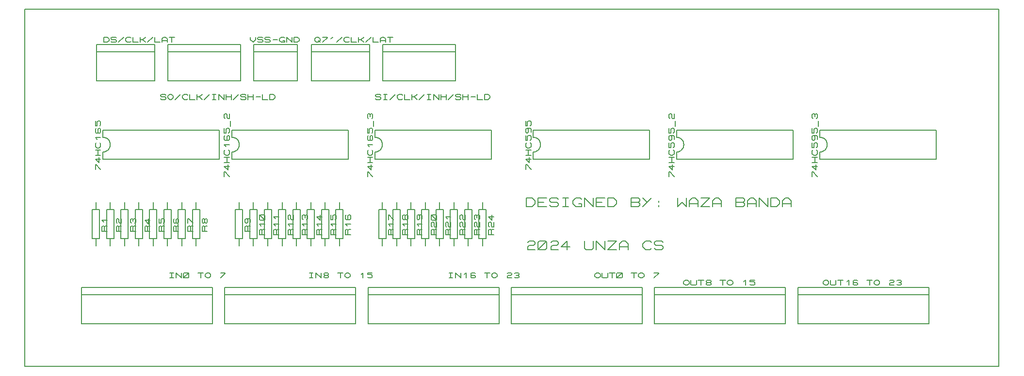
<source format=gbr>
G04 PROTEUS GERBER X2 FILE*
%TF.GenerationSoftware,Labcenter,Proteus,8.6-SP2-Build23525*%
%TF.CreationDate,2024-06-03T09:11:02+00:00*%
%TF.FileFunction,Legend,Top*%
%TF.FilePolarity,Positive*%
%TF.Part,Single*%
%FSLAX45Y45*%
%MOMM*%
G01*
%TA.AperFunction,Profile*%
%ADD17C,0.203200*%
%TA.AperFunction,Material*%
%ADD18C,0.203200*%
%TD.AperFunction*%
D17*
X-8000000Y-5000000D02*
X+9000000Y-5000000D01*
X+9000000Y+1250000D01*
X-8000000Y+1250000D01*
X-8000000Y-5000000D01*
D18*
X+873000Y-1373000D02*
X+873000Y-1246000D01*
X+1000000Y-1119000D02*
X+997564Y-1093124D01*
X+990515Y-1069152D01*
X+979238Y-1047562D01*
X+964122Y-1028830D01*
X+945554Y-1013431D01*
X+923919Y-1001842D01*
X+899606Y-994540D01*
X+873000Y-992000D01*
X+1000000Y-1119000D02*
X+997564Y-1145606D01*
X+990515Y-1169919D01*
X+979238Y-1191554D01*
X+964122Y-1210122D01*
X+945554Y-1225238D01*
X+923919Y-1236515D01*
X+899606Y-1243564D01*
X+873000Y-1246000D01*
X+873000Y-992000D02*
X+873000Y-865000D01*
X+2905000Y-1373000D02*
X+2905000Y-865000D01*
X+873000Y-1373000D02*
X+2905000Y-1373000D01*
X+2905000Y-865000D02*
X+873000Y-865000D01*
X+740920Y-1547625D02*
X+740920Y-1468250D01*
X+756160Y-1468250D01*
X+832360Y-1547625D01*
X+801880Y-1341250D02*
X+801880Y-1436500D01*
X+740920Y-1373000D01*
X+832360Y-1373000D01*
X+832360Y-1309500D02*
X+740920Y-1309500D01*
X+740920Y-1214250D02*
X+832360Y-1214250D01*
X+786640Y-1309500D02*
X+786640Y-1214250D01*
X+817120Y-1087250D02*
X+832360Y-1103125D01*
X+832360Y-1150750D01*
X+801880Y-1182500D01*
X+771400Y-1182500D01*
X+740920Y-1150750D01*
X+740920Y-1103125D01*
X+756160Y-1087250D01*
X+740920Y-960250D02*
X+740920Y-1039625D01*
X+771400Y-1039625D01*
X+771400Y-976125D01*
X+786640Y-960250D01*
X+817120Y-960250D01*
X+832360Y-976125D01*
X+832360Y-1023750D01*
X+817120Y-1039625D01*
X+771400Y-833250D02*
X+786640Y-849125D01*
X+786640Y-896750D01*
X+771400Y-912625D01*
X+756160Y-912625D01*
X+740920Y-896750D01*
X+740920Y-849125D01*
X+756160Y-833250D01*
X+817120Y-833250D01*
X+832360Y-849125D01*
X+832360Y-896750D01*
X+740920Y-706250D02*
X+740920Y-785625D01*
X+771400Y-785625D01*
X+771400Y-722125D01*
X+786640Y-706250D01*
X+817120Y-706250D01*
X+832360Y-722125D01*
X+832360Y-769750D01*
X+817120Y-785625D01*
X+3373000Y-1373000D02*
X+3373000Y-1246000D01*
X+3500000Y-1119000D02*
X+3497564Y-1093124D01*
X+3490515Y-1069152D01*
X+3479238Y-1047562D01*
X+3464122Y-1028830D01*
X+3445554Y-1013431D01*
X+3423919Y-1001842D01*
X+3399606Y-994540D01*
X+3373000Y-992000D01*
X+3500000Y-1119000D02*
X+3497564Y-1145606D01*
X+3490515Y-1169919D01*
X+3479238Y-1191554D01*
X+3464122Y-1210122D01*
X+3445554Y-1225238D01*
X+3423919Y-1236515D01*
X+3399606Y-1243564D01*
X+3373000Y-1246000D01*
X+3373000Y-992000D02*
X+3373000Y-865000D01*
X+5405000Y-1373000D02*
X+5405000Y-865000D01*
X+3373000Y-1373000D02*
X+5405000Y-1373000D01*
X+5405000Y-865000D02*
X+3373000Y-865000D01*
X+3240920Y-1674625D02*
X+3240920Y-1595250D01*
X+3256160Y-1595250D01*
X+3332360Y-1674625D01*
X+3301880Y-1468250D02*
X+3301880Y-1563500D01*
X+3240920Y-1500000D01*
X+3332360Y-1500000D01*
X+3332360Y-1436500D02*
X+3240920Y-1436500D01*
X+3240920Y-1341250D02*
X+3332360Y-1341250D01*
X+3286640Y-1436500D02*
X+3286640Y-1341250D01*
X+3317120Y-1214250D02*
X+3332360Y-1230125D01*
X+3332360Y-1277750D01*
X+3301880Y-1309500D01*
X+3271400Y-1309500D01*
X+3240920Y-1277750D01*
X+3240920Y-1230125D01*
X+3256160Y-1214250D01*
X+3240920Y-1087250D02*
X+3240920Y-1166625D01*
X+3271400Y-1166625D01*
X+3271400Y-1103125D01*
X+3286640Y-1087250D01*
X+3317120Y-1087250D01*
X+3332360Y-1103125D01*
X+3332360Y-1150750D01*
X+3317120Y-1166625D01*
X+3271400Y-960250D02*
X+3286640Y-976125D01*
X+3286640Y-1023750D01*
X+3271400Y-1039625D01*
X+3256160Y-1039625D01*
X+3240920Y-1023750D01*
X+3240920Y-976125D01*
X+3256160Y-960250D01*
X+3317120Y-960250D01*
X+3332360Y-976125D01*
X+3332360Y-1023750D01*
X+3240920Y-833250D02*
X+3240920Y-912625D01*
X+3271400Y-912625D01*
X+3271400Y-849125D01*
X+3286640Y-833250D01*
X+3317120Y-833250D01*
X+3332360Y-849125D01*
X+3332360Y-896750D01*
X+3317120Y-912625D01*
X+3347600Y-801500D02*
X+3347600Y-706250D01*
X+3256160Y-658625D02*
X+3240920Y-642750D01*
X+3240920Y-595125D01*
X+3256160Y-579250D01*
X+3271400Y-579250D01*
X+3286640Y-595125D01*
X+3286640Y-642750D01*
X+3301880Y-658625D01*
X+3332360Y-658625D01*
X+3332360Y-579250D01*
X+5873000Y-1373000D02*
X+5873000Y-1246000D01*
X+6000000Y-1119000D02*
X+5997564Y-1093124D01*
X+5990515Y-1069152D01*
X+5979238Y-1047562D01*
X+5964122Y-1028830D01*
X+5945554Y-1013431D01*
X+5923919Y-1001842D01*
X+5899606Y-994540D01*
X+5873000Y-992000D01*
X+6000000Y-1119000D02*
X+5997564Y-1145606D01*
X+5990515Y-1169919D01*
X+5979238Y-1191554D01*
X+5964122Y-1210122D01*
X+5945554Y-1225238D01*
X+5923919Y-1236515D01*
X+5899606Y-1243564D01*
X+5873000Y-1246000D01*
X+5873000Y-992000D02*
X+5873000Y-865000D01*
X+7905000Y-1373000D02*
X+7905000Y-865000D01*
X+5873000Y-1373000D02*
X+7905000Y-1373000D01*
X+7905000Y-865000D02*
X+5873000Y-865000D01*
X+5740920Y-1674625D02*
X+5740920Y-1595250D01*
X+5756160Y-1595250D01*
X+5832360Y-1674625D01*
X+5801880Y-1468250D02*
X+5801880Y-1563500D01*
X+5740920Y-1500000D01*
X+5832360Y-1500000D01*
X+5832360Y-1436500D02*
X+5740920Y-1436500D01*
X+5740920Y-1341250D02*
X+5832360Y-1341250D01*
X+5786640Y-1436500D02*
X+5786640Y-1341250D01*
X+5817120Y-1214250D02*
X+5832360Y-1230125D01*
X+5832360Y-1277750D01*
X+5801880Y-1309500D01*
X+5771400Y-1309500D01*
X+5740920Y-1277750D01*
X+5740920Y-1230125D01*
X+5756160Y-1214250D01*
X+5740920Y-1087250D02*
X+5740920Y-1166625D01*
X+5771400Y-1166625D01*
X+5771400Y-1103125D01*
X+5786640Y-1087250D01*
X+5817120Y-1087250D01*
X+5832360Y-1103125D01*
X+5832360Y-1150750D01*
X+5817120Y-1166625D01*
X+5771400Y-960250D02*
X+5786640Y-976125D01*
X+5786640Y-1023750D01*
X+5771400Y-1039625D01*
X+5756160Y-1039625D01*
X+5740920Y-1023750D01*
X+5740920Y-976125D01*
X+5756160Y-960250D01*
X+5817120Y-960250D01*
X+5832360Y-976125D01*
X+5832360Y-1023750D01*
X+5740920Y-833250D02*
X+5740920Y-912625D01*
X+5771400Y-912625D01*
X+5771400Y-849125D01*
X+5786640Y-833250D01*
X+5817120Y-833250D01*
X+5832360Y-849125D01*
X+5832360Y-896750D01*
X+5817120Y-912625D01*
X+5847600Y-801500D02*
X+5847600Y-706250D01*
X+5756160Y-658625D02*
X+5740920Y-642750D01*
X+5740920Y-595125D01*
X+5756160Y-579250D01*
X+5771400Y-579250D01*
X+5786640Y-595125D01*
X+5801880Y-579250D01*
X+5817120Y-579250D01*
X+5832360Y-595125D01*
X+5832360Y-642750D01*
X+5817120Y-658625D01*
X+5786640Y-626875D02*
X+5786640Y-595125D01*
X-6754760Y-4000D02*
X-5738760Y-4000D01*
X-5738760Y+631000D01*
X-6754760Y+631000D01*
X-6754760Y-4000D01*
X-6754760Y+504000D02*
X-5738760Y+504000D01*
X-6627760Y+671640D02*
X-6627760Y+763080D01*
X-6564260Y+763080D01*
X-6532510Y+732600D01*
X-6532510Y+702120D01*
X-6564260Y+671640D01*
X-6627760Y+671640D01*
X-6500760Y+686880D02*
X-6484885Y+671640D01*
X-6421385Y+671640D01*
X-6405510Y+686880D01*
X-6405510Y+702120D01*
X-6421385Y+717360D01*
X-6484885Y+717360D01*
X-6500760Y+732600D01*
X-6500760Y+747840D01*
X-6484885Y+763080D01*
X-6421385Y+763080D01*
X-6405510Y+747840D01*
X-6278510Y+763080D02*
X-6373760Y+671640D01*
X-6151510Y+686880D02*
X-6167385Y+671640D01*
X-6215010Y+671640D01*
X-6246760Y+702120D01*
X-6246760Y+732600D01*
X-6215010Y+763080D01*
X-6167385Y+763080D01*
X-6151510Y+747840D01*
X-6119760Y+763080D02*
X-6119760Y+671640D01*
X-6024510Y+671640D01*
X-5992760Y+763080D02*
X-5992760Y+671640D01*
X-5897510Y+763080D02*
X-5945135Y+717360D01*
X-5897510Y+671640D01*
X-5992760Y+717360D02*
X-5945135Y+717360D01*
X-5770510Y+763080D02*
X-5865760Y+671640D01*
X-5738760Y+763080D02*
X-5738760Y+671640D01*
X-5643510Y+671640D01*
X-5611760Y+671640D02*
X-5611760Y+732600D01*
X-5580010Y+763080D01*
X-5548260Y+763080D01*
X-5516510Y+732600D01*
X-5516510Y+671640D01*
X-5611760Y+702120D02*
X-5516510Y+702120D01*
X-5484760Y+763080D02*
X-5389510Y+763080D01*
X-5437135Y+763080D02*
X-5437135Y+671640D01*
X+488000Y-4254000D02*
X+2774000Y-4254000D01*
X+2774000Y-3619000D01*
X+488000Y-3619000D01*
X+488000Y-4254000D01*
X+488000Y-3746000D02*
X+2774000Y-3746000D01*
X+1948500Y-3390400D02*
X+1980250Y-3359920D01*
X+2012000Y-3359920D01*
X+2043750Y-3390400D01*
X+2043750Y-3420880D01*
X+2012000Y-3451360D01*
X+1980250Y-3451360D01*
X+1948500Y-3420880D01*
X+1948500Y-3390400D01*
X+2075500Y-3359920D02*
X+2075500Y-3436120D01*
X+2091375Y-3451360D01*
X+2154875Y-3451360D01*
X+2170750Y-3436120D01*
X+2170750Y-3359920D01*
X+2202500Y-3359920D02*
X+2297750Y-3359920D01*
X+2250125Y-3359920D02*
X+2250125Y-3451360D01*
X+2329500Y-3436120D02*
X+2329500Y-3375160D01*
X+2345375Y-3359920D01*
X+2408875Y-3359920D01*
X+2424750Y-3375160D01*
X+2424750Y-3436120D01*
X+2408875Y-3451360D01*
X+2345375Y-3451360D01*
X+2329500Y-3436120D01*
X+2329500Y-3451360D02*
X+2424750Y-3359920D01*
X+2583500Y-3359920D02*
X+2678750Y-3359920D01*
X+2631125Y-3359920D02*
X+2631125Y-3451360D01*
X+2710500Y-3390400D02*
X+2742250Y-3359920D01*
X+2774000Y-3359920D01*
X+2805750Y-3390400D01*
X+2805750Y-3420880D01*
X+2774000Y-3451360D01*
X+2742250Y-3451360D01*
X+2710500Y-3420880D01*
X+2710500Y-3390400D01*
X+2980375Y-3359920D02*
X+3059750Y-3359920D01*
X+3059750Y-3375160D01*
X+2980375Y-3451360D01*
X-7012000Y-4254000D02*
X-4726000Y-4254000D01*
X-4726000Y-3619000D01*
X-7012000Y-3619000D01*
X-7012000Y-4254000D01*
X-7012000Y-3746000D02*
X-4726000Y-3746000D01*
X-5472125Y-3359920D02*
X-5408625Y-3359920D01*
X-5440375Y-3359920D02*
X-5440375Y-3451360D01*
X-5472125Y-3451360D02*
X-5408625Y-3451360D01*
X-5361000Y-3451360D02*
X-5361000Y-3359920D01*
X-5265750Y-3451360D01*
X-5265750Y-3359920D01*
X-5234000Y-3436120D02*
X-5234000Y-3375160D01*
X-5218125Y-3359920D01*
X-5154625Y-3359920D01*
X-5138750Y-3375160D01*
X-5138750Y-3436120D01*
X-5154625Y-3451360D01*
X-5218125Y-3451360D01*
X-5234000Y-3436120D01*
X-5234000Y-3451360D02*
X-5138750Y-3359920D01*
X-4980000Y-3359920D02*
X-4884750Y-3359920D01*
X-4932375Y-3359920D02*
X-4932375Y-3451360D01*
X-4853000Y-3390400D02*
X-4821250Y-3359920D01*
X-4789500Y-3359920D01*
X-4757750Y-3390400D01*
X-4757750Y-3420880D01*
X-4789500Y-3451360D01*
X-4821250Y-3451360D01*
X-4853000Y-3420880D01*
X-4853000Y-3390400D01*
X-4583125Y-3359920D02*
X-4503750Y-3359920D01*
X-4503750Y-3375160D01*
X-4583125Y-3451360D01*
X-6639000Y-1373000D02*
X-6639000Y-1246000D01*
X-6512000Y-1119000D02*
X-6514436Y-1093124D01*
X-6521485Y-1069152D01*
X-6532762Y-1047562D01*
X-6547878Y-1028830D01*
X-6566446Y-1013431D01*
X-6588081Y-1001842D01*
X-6612394Y-994540D01*
X-6639000Y-992000D01*
X-6512000Y-1119000D02*
X-6514436Y-1145606D01*
X-6521485Y-1169919D01*
X-6532762Y-1191554D01*
X-6547878Y-1210122D01*
X-6566446Y-1225238D01*
X-6588081Y-1236515D01*
X-6612394Y-1243564D01*
X-6639000Y-1246000D01*
X-6639000Y-992000D02*
X-6639000Y-865000D01*
X-4607000Y-1373000D02*
X-4607000Y-865000D01*
X-6639000Y-1373000D02*
X-4607000Y-1373000D01*
X-4607000Y-865000D02*
X-6639000Y-865000D01*
X-6771080Y-1547625D02*
X-6771080Y-1468250D01*
X-6755840Y-1468250D01*
X-6679640Y-1547625D01*
X-6710120Y-1341250D02*
X-6710120Y-1436500D01*
X-6771080Y-1373000D01*
X-6679640Y-1373000D01*
X-6679640Y-1309500D02*
X-6771080Y-1309500D01*
X-6771080Y-1214250D02*
X-6679640Y-1214250D01*
X-6725360Y-1309500D02*
X-6725360Y-1214250D01*
X-6694880Y-1087250D02*
X-6679640Y-1103125D01*
X-6679640Y-1150750D01*
X-6710120Y-1182500D01*
X-6740600Y-1182500D01*
X-6771080Y-1150750D01*
X-6771080Y-1103125D01*
X-6755840Y-1087250D01*
X-6740600Y-1023750D02*
X-6771080Y-992000D01*
X-6679640Y-992000D01*
X-6755840Y-833250D02*
X-6771080Y-849125D01*
X-6771080Y-896750D01*
X-6755840Y-912625D01*
X-6694880Y-912625D01*
X-6679640Y-896750D01*
X-6679640Y-849125D01*
X-6694880Y-833250D01*
X-6710120Y-833250D01*
X-6725360Y-849125D01*
X-6725360Y-912625D01*
X-6771080Y-706250D02*
X-6771080Y-785625D01*
X-6740600Y-785625D01*
X-6740600Y-722125D01*
X-6725360Y-706250D01*
X-6694880Y-706250D01*
X-6679640Y-722125D01*
X-6679640Y-769750D01*
X-6694880Y-785625D01*
X-4389000Y-1373000D02*
X-4389000Y-1246000D01*
X-4262000Y-1119000D02*
X-4264436Y-1093124D01*
X-4271485Y-1069152D01*
X-4282762Y-1047562D01*
X-4297878Y-1028830D01*
X-4316446Y-1013431D01*
X-4338081Y-1001842D01*
X-4362394Y-994540D01*
X-4389000Y-992000D01*
X-4262000Y-1119000D02*
X-4264436Y-1145606D01*
X-4271485Y-1169919D01*
X-4282762Y-1191554D01*
X-4297878Y-1210122D01*
X-4316446Y-1225238D01*
X-4338081Y-1236515D01*
X-4362394Y-1243564D01*
X-4389000Y-1246000D01*
X-4389000Y-992000D02*
X-4389000Y-865000D01*
X-2357000Y-1373000D02*
X-2357000Y-865000D01*
X-4389000Y-1373000D02*
X-2357000Y-1373000D01*
X-2357000Y-865000D02*
X-4389000Y-865000D01*
X-4521080Y-1674625D02*
X-4521080Y-1595250D01*
X-4505840Y-1595250D01*
X-4429640Y-1674625D01*
X-4460120Y-1468250D02*
X-4460120Y-1563500D01*
X-4521080Y-1500000D01*
X-4429640Y-1500000D01*
X-4429640Y-1436500D02*
X-4521080Y-1436500D01*
X-4521080Y-1341250D02*
X-4429640Y-1341250D01*
X-4475360Y-1436500D02*
X-4475360Y-1341250D01*
X-4444880Y-1214250D02*
X-4429640Y-1230125D01*
X-4429640Y-1277750D01*
X-4460120Y-1309500D01*
X-4490600Y-1309500D01*
X-4521080Y-1277750D01*
X-4521080Y-1230125D01*
X-4505840Y-1214250D01*
X-4490600Y-1150750D02*
X-4521080Y-1119000D01*
X-4429640Y-1119000D01*
X-4505840Y-960250D02*
X-4521080Y-976125D01*
X-4521080Y-1023750D01*
X-4505840Y-1039625D01*
X-4444880Y-1039625D01*
X-4429640Y-1023750D01*
X-4429640Y-976125D01*
X-4444880Y-960250D01*
X-4460120Y-960250D01*
X-4475360Y-976125D01*
X-4475360Y-1039625D01*
X-4521080Y-833250D02*
X-4521080Y-912625D01*
X-4490600Y-912625D01*
X-4490600Y-849125D01*
X-4475360Y-833250D01*
X-4444880Y-833250D01*
X-4429640Y-849125D01*
X-4429640Y-896750D01*
X-4444880Y-912625D01*
X-4414400Y-801500D02*
X-4414400Y-706250D01*
X-4505840Y-658625D02*
X-4521080Y-642750D01*
X-4521080Y-595125D01*
X-4505840Y-579250D01*
X-4490600Y-579250D01*
X-4475360Y-595125D01*
X-4475360Y-642750D01*
X-4460120Y-658625D01*
X-4429640Y-658625D01*
X-4429640Y-579250D01*
X-1889000Y-1373000D02*
X-1889000Y-1246000D01*
X-1762000Y-1119000D02*
X-1764436Y-1093124D01*
X-1771485Y-1069152D01*
X-1782762Y-1047562D01*
X-1797878Y-1028830D01*
X-1816446Y-1013431D01*
X-1838081Y-1001842D01*
X-1862394Y-994540D01*
X-1889000Y-992000D01*
X-1762000Y-1119000D02*
X-1764436Y-1145606D01*
X-1771485Y-1169919D01*
X-1782762Y-1191554D01*
X-1797878Y-1210122D01*
X-1816446Y-1225238D01*
X-1838081Y-1236515D01*
X-1862394Y-1243564D01*
X-1889000Y-1246000D01*
X-1889000Y-992000D02*
X-1889000Y-865000D01*
X+143000Y-1373000D02*
X+143000Y-865000D01*
X-1889000Y-1373000D02*
X+143000Y-1373000D01*
X+143000Y-865000D02*
X-1889000Y-865000D01*
X-2021080Y-1674625D02*
X-2021080Y-1595250D01*
X-2005840Y-1595250D01*
X-1929640Y-1674625D01*
X-1960120Y-1468250D02*
X-1960120Y-1563500D01*
X-2021080Y-1500000D01*
X-1929640Y-1500000D01*
X-1929640Y-1436500D02*
X-2021080Y-1436500D01*
X-2021080Y-1341250D02*
X-1929640Y-1341250D01*
X-1975360Y-1436500D02*
X-1975360Y-1341250D01*
X-1944880Y-1214250D02*
X-1929640Y-1230125D01*
X-1929640Y-1277750D01*
X-1960120Y-1309500D01*
X-1990600Y-1309500D01*
X-2021080Y-1277750D01*
X-2021080Y-1230125D01*
X-2005840Y-1214250D01*
X-1990600Y-1150750D02*
X-2021080Y-1119000D01*
X-1929640Y-1119000D01*
X-2005840Y-960250D02*
X-2021080Y-976125D01*
X-2021080Y-1023750D01*
X-2005840Y-1039625D01*
X-1944880Y-1039625D01*
X-1929640Y-1023750D01*
X-1929640Y-976125D01*
X-1944880Y-960250D01*
X-1960120Y-960250D01*
X-1975360Y-976125D01*
X-1975360Y-1039625D01*
X-2021080Y-833250D02*
X-2021080Y-912625D01*
X-1990600Y-912625D01*
X-1990600Y-849125D01*
X-1975360Y-833250D01*
X-1944880Y-833250D01*
X-1929640Y-849125D01*
X-1929640Y-896750D01*
X-1944880Y-912625D01*
X-1914400Y-801500D02*
X-1914400Y-706250D01*
X-2005840Y-658625D02*
X-2021080Y-642750D01*
X-2021080Y-595125D01*
X-2005840Y-579250D01*
X-1990600Y-579250D01*
X-1975360Y-595125D01*
X-1960120Y-579250D01*
X-1944880Y-579250D01*
X-1929640Y-595125D01*
X-1929640Y-642750D01*
X-1944880Y-658625D01*
X-1975360Y-626875D02*
X-1975360Y-595125D01*
X-4512000Y-4254000D02*
X-2226000Y-4254000D01*
X-2226000Y-3619000D01*
X-4512000Y-3619000D01*
X-4512000Y-4254000D01*
X-4512000Y-3746000D02*
X-2226000Y-3746000D01*
X-3035625Y-3359920D02*
X-2972125Y-3359920D01*
X-3003875Y-3359920D02*
X-3003875Y-3451360D01*
X-3035625Y-3451360D02*
X-2972125Y-3451360D01*
X-2924500Y-3451360D02*
X-2924500Y-3359920D01*
X-2829250Y-3451360D01*
X-2829250Y-3359920D01*
X-2765750Y-3405640D02*
X-2781625Y-3390400D01*
X-2781625Y-3375160D01*
X-2765750Y-3359920D01*
X-2718125Y-3359920D01*
X-2702250Y-3375160D01*
X-2702250Y-3390400D01*
X-2718125Y-3405640D01*
X-2765750Y-3405640D01*
X-2781625Y-3420880D01*
X-2781625Y-3436120D01*
X-2765750Y-3451360D01*
X-2718125Y-3451360D01*
X-2702250Y-3436120D01*
X-2702250Y-3420880D01*
X-2718125Y-3405640D01*
X-2543500Y-3359920D02*
X-2448250Y-3359920D01*
X-2495875Y-3359920D02*
X-2495875Y-3451360D01*
X-2416500Y-3390400D02*
X-2384750Y-3359920D01*
X-2353000Y-3359920D01*
X-2321250Y-3390400D01*
X-2321250Y-3420880D01*
X-2353000Y-3451360D01*
X-2384750Y-3451360D01*
X-2416500Y-3420880D01*
X-2416500Y-3390400D01*
X-2130750Y-3390400D02*
X-2099000Y-3359920D01*
X-2099000Y-3451360D01*
X-1940250Y-3359920D02*
X-2019625Y-3359920D01*
X-2019625Y-3390400D01*
X-1956125Y-3390400D01*
X-1940250Y-3405640D01*
X-1940250Y-3436120D01*
X-1956125Y-3451360D01*
X-2003750Y-3451360D01*
X-2019625Y-3436120D01*
X-2012000Y-4254000D02*
X+274000Y-4254000D01*
X+274000Y-3619000D01*
X-2012000Y-3619000D01*
X-2012000Y-4254000D01*
X-2012000Y-3746000D02*
X+274000Y-3746000D01*
X-599125Y-3359920D02*
X-535625Y-3359920D01*
X-567375Y-3359920D02*
X-567375Y-3451360D01*
X-599125Y-3451360D02*
X-535625Y-3451360D01*
X-488000Y-3451360D02*
X-488000Y-3359920D01*
X-392750Y-3451360D01*
X-392750Y-3359920D01*
X-329250Y-3390400D02*
X-297500Y-3359920D01*
X-297500Y-3451360D01*
X-138750Y-3375160D02*
X-154625Y-3359920D01*
X-202250Y-3359920D01*
X-218125Y-3375160D01*
X-218125Y-3436120D01*
X-202250Y-3451360D01*
X-154625Y-3451360D01*
X-138750Y-3436120D01*
X-138750Y-3420880D01*
X-154625Y-3405640D01*
X-218125Y-3405640D01*
X+20000Y-3359920D02*
X+115250Y-3359920D01*
X+67625Y-3359920D02*
X+67625Y-3451360D01*
X+147000Y-3390400D02*
X+178750Y-3359920D01*
X+210500Y-3359920D01*
X+242250Y-3390400D01*
X+242250Y-3420880D01*
X+210500Y-3451360D01*
X+178750Y-3451360D01*
X+147000Y-3420880D01*
X+147000Y-3390400D01*
X+416875Y-3375160D02*
X+432750Y-3359920D01*
X+480375Y-3359920D01*
X+496250Y-3375160D01*
X+496250Y-3390400D01*
X+480375Y-3405640D01*
X+432750Y-3405640D01*
X+416875Y-3420880D01*
X+416875Y-3451360D01*
X+496250Y-3451360D01*
X+543875Y-3375160D02*
X+559750Y-3359920D01*
X+607375Y-3359920D01*
X+623250Y-3375160D01*
X+623250Y-3390400D01*
X+607375Y-3405640D01*
X+623250Y-3420880D01*
X+623250Y-3436120D01*
X+607375Y-3451360D01*
X+559750Y-3451360D01*
X+543875Y-3436120D01*
X+575625Y-3405640D02*
X+607375Y-3405640D01*
X-6762000Y-2127000D02*
X-6762000Y-2254000D01*
X-6825500Y-2762000D02*
X-6698500Y-2762000D01*
X-6698500Y-2254000D01*
X-6825500Y-2254000D01*
X-6825500Y-2762000D01*
X-6762000Y-2762000D02*
X-6762000Y-2889000D01*
X-6566420Y-2635000D02*
X-6657860Y-2635000D01*
X-6657860Y-2555625D01*
X-6642620Y-2539750D01*
X-6627380Y-2539750D01*
X-6612140Y-2555625D01*
X-6612140Y-2635000D01*
X-6612140Y-2555625D02*
X-6596900Y-2539750D01*
X-6566420Y-2539750D01*
X-6627380Y-2476250D02*
X-6657860Y-2444500D01*
X-6566420Y-2444500D01*
X-6512000Y-2127000D02*
X-6512000Y-2254000D01*
X-6575500Y-2762000D02*
X-6448500Y-2762000D01*
X-6448500Y-2254000D01*
X-6575500Y-2254000D01*
X-6575500Y-2762000D01*
X-6512000Y-2762000D02*
X-6512000Y-2889000D01*
X-6316420Y-2635000D02*
X-6407860Y-2635000D01*
X-6407860Y-2555625D01*
X-6392620Y-2539750D01*
X-6377380Y-2539750D01*
X-6362140Y-2555625D01*
X-6362140Y-2635000D01*
X-6362140Y-2555625D02*
X-6346900Y-2539750D01*
X-6316420Y-2539750D01*
X-6392620Y-2492125D02*
X-6407860Y-2476250D01*
X-6407860Y-2428625D01*
X-6392620Y-2412750D01*
X-6377380Y-2412750D01*
X-6362140Y-2428625D01*
X-6362140Y-2476250D01*
X-6346900Y-2492125D01*
X-6316420Y-2492125D01*
X-6316420Y-2412750D01*
X-6262000Y-2127000D02*
X-6262000Y-2254000D01*
X-6325500Y-2762000D02*
X-6198500Y-2762000D01*
X-6198500Y-2254000D01*
X-6325500Y-2254000D01*
X-6325500Y-2762000D01*
X-6262000Y-2762000D02*
X-6262000Y-2889000D01*
X-6066420Y-2635000D02*
X-6157860Y-2635000D01*
X-6157860Y-2555625D01*
X-6142620Y-2539750D01*
X-6127380Y-2539750D01*
X-6112140Y-2555625D01*
X-6112140Y-2635000D01*
X-6112140Y-2555625D02*
X-6096900Y-2539750D01*
X-6066420Y-2539750D01*
X-6142620Y-2492125D02*
X-6157860Y-2476250D01*
X-6157860Y-2428625D01*
X-6142620Y-2412750D01*
X-6127380Y-2412750D01*
X-6112140Y-2428625D01*
X-6096900Y-2412750D01*
X-6081660Y-2412750D01*
X-6066420Y-2428625D01*
X-6066420Y-2476250D01*
X-6081660Y-2492125D01*
X-6112140Y-2460375D02*
X-6112140Y-2428625D01*
X-6012000Y-2127000D02*
X-6012000Y-2254000D01*
X-6075500Y-2762000D02*
X-5948500Y-2762000D01*
X-5948500Y-2254000D01*
X-6075500Y-2254000D01*
X-6075500Y-2762000D01*
X-6012000Y-2762000D02*
X-6012000Y-2889000D01*
X-5816420Y-2635000D02*
X-5907860Y-2635000D01*
X-5907860Y-2555625D01*
X-5892620Y-2539750D01*
X-5877380Y-2539750D01*
X-5862140Y-2555625D01*
X-5862140Y-2635000D01*
X-5862140Y-2555625D02*
X-5846900Y-2539750D01*
X-5816420Y-2539750D01*
X-5846900Y-2412750D02*
X-5846900Y-2508000D01*
X-5907860Y-2444500D01*
X-5816420Y-2444500D01*
X-5762000Y-2127000D02*
X-5762000Y-2254000D01*
X-5825500Y-2762000D02*
X-5698500Y-2762000D01*
X-5698500Y-2254000D01*
X-5825500Y-2254000D01*
X-5825500Y-2762000D01*
X-5762000Y-2762000D02*
X-5762000Y-2889000D01*
X-5566420Y-2635000D02*
X-5657860Y-2635000D01*
X-5657860Y-2555625D01*
X-5642620Y-2539750D01*
X-5627380Y-2539750D01*
X-5612140Y-2555625D01*
X-5612140Y-2635000D01*
X-5612140Y-2555625D02*
X-5596900Y-2539750D01*
X-5566420Y-2539750D01*
X-5657860Y-2412750D02*
X-5657860Y-2492125D01*
X-5627380Y-2492125D01*
X-5627380Y-2428625D01*
X-5612140Y-2412750D01*
X-5581660Y-2412750D01*
X-5566420Y-2428625D01*
X-5566420Y-2476250D01*
X-5581660Y-2492125D01*
X-5512000Y-2127000D02*
X-5512000Y-2254000D01*
X-5575500Y-2762000D02*
X-5448500Y-2762000D01*
X-5448500Y-2254000D01*
X-5575500Y-2254000D01*
X-5575500Y-2762000D01*
X-5512000Y-2762000D02*
X-5512000Y-2889000D01*
X-5316420Y-2635000D02*
X-5407860Y-2635000D01*
X-5407860Y-2555625D01*
X-5392620Y-2539750D01*
X-5377380Y-2539750D01*
X-5362140Y-2555625D01*
X-5362140Y-2635000D01*
X-5362140Y-2555625D02*
X-5346900Y-2539750D01*
X-5316420Y-2539750D01*
X-5392620Y-2412750D02*
X-5407860Y-2428625D01*
X-5407860Y-2476250D01*
X-5392620Y-2492125D01*
X-5331660Y-2492125D01*
X-5316420Y-2476250D01*
X-5316420Y-2428625D01*
X-5331660Y-2412750D01*
X-5346900Y-2412750D01*
X-5362140Y-2428625D01*
X-5362140Y-2492125D01*
X-5262000Y-2127000D02*
X-5262000Y-2254000D01*
X-5325500Y-2762000D02*
X-5198500Y-2762000D01*
X-5198500Y-2254000D01*
X-5325500Y-2254000D01*
X-5325500Y-2762000D01*
X-5262000Y-2762000D02*
X-5262000Y-2889000D01*
X-5066420Y-2635000D02*
X-5157860Y-2635000D01*
X-5157860Y-2555625D01*
X-5142620Y-2539750D01*
X-5127380Y-2539750D01*
X-5112140Y-2555625D01*
X-5112140Y-2635000D01*
X-5112140Y-2555625D02*
X-5096900Y-2539750D01*
X-5066420Y-2539750D01*
X-5157860Y-2492125D02*
X-5157860Y-2412750D01*
X-5142620Y-2412750D01*
X-5066420Y-2492125D01*
X-5012000Y-2127000D02*
X-5012000Y-2254000D01*
X-5075500Y-2762000D02*
X-4948500Y-2762000D01*
X-4948500Y-2254000D01*
X-5075500Y-2254000D01*
X-5075500Y-2762000D01*
X-5012000Y-2762000D02*
X-5012000Y-2889000D01*
X-4816420Y-2635000D02*
X-4907860Y-2635000D01*
X-4907860Y-2555625D01*
X-4892620Y-2539750D01*
X-4877380Y-2539750D01*
X-4862140Y-2555625D01*
X-4862140Y-2635000D01*
X-4862140Y-2555625D02*
X-4846900Y-2539750D01*
X-4816420Y-2539750D01*
X-4862140Y-2476250D02*
X-4877380Y-2492125D01*
X-4892620Y-2492125D01*
X-4907860Y-2476250D01*
X-4907860Y-2428625D01*
X-4892620Y-2412750D01*
X-4877380Y-2412750D01*
X-4862140Y-2428625D01*
X-4862140Y-2476250D01*
X-4846900Y-2492125D01*
X-4831660Y-2492125D01*
X-4816420Y-2476250D01*
X-4816420Y-2428625D01*
X-4831660Y-2412750D01*
X-4846900Y-2412750D01*
X-4862140Y-2428625D01*
X-4262000Y-2127000D02*
X-4262000Y-2254000D01*
X-4325500Y-2762000D02*
X-4198500Y-2762000D01*
X-4198500Y-2254000D01*
X-4325500Y-2254000D01*
X-4325500Y-2762000D01*
X-4262000Y-2762000D02*
X-4262000Y-2889000D01*
X-4066420Y-2635000D02*
X-4157860Y-2635000D01*
X-4157860Y-2555625D01*
X-4142620Y-2539750D01*
X-4127380Y-2539750D01*
X-4112140Y-2555625D01*
X-4112140Y-2635000D01*
X-4112140Y-2555625D02*
X-4096900Y-2539750D01*
X-4066420Y-2539750D01*
X-4127380Y-2412750D02*
X-4112140Y-2428625D01*
X-4112140Y-2476250D01*
X-4127380Y-2492125D01*
X-4142620Y-2492125D01*
X-4157860Y-2476250D01*
X-4157860Y-2428625D01*
X-4142620Y-2412750D01*
X-4081660Y-2412750D01*
X-4066420Y-2428625D01*
X-4066420Y-2476250D01*
X-4012000Y-2127000D02*
X-4012000Y-2254000D01*
X-4075500Y-2762000D02*
X-3948500Y-2762000D01*
X-3948500Y-2254000D01*
X-4075500Y-2254000D01*
X-4075500Y-2762000D01*
X-4012000Y-2762000D02*
X-4012000Y-2889000D01*
X-3816420Y-2698500D02*
X-3907860Y-2698500D01*
X-3907860Y-2619125D01*
X-3892620Y-2603250D01*
X-3877380Y-2603250D01*
X-3862140Y-2619125D01*
X-3862140Y-2698500D01*
X-3862140Y-2619125D02*
X-3846900Y-2603250D01*
X-3816420Y-2603250D01*
X-3877380Y-2539750D02*
X-3907860Y-2508000D01*
X-3816420Y-2508000D01*
X-3831660Y-2444500D02*
X-3892620Y-2444500D01*
X-3907860Y-2428625D01*
X-3907860Y-2365125D01*
X-3892620Y-2349250D01*
X-3831660Y-2349250D01*
X-3816420Y-2365125D01*
X-3816420Y-2428625D01*
X-3831660Y-2444500D01*
X-3816420Y-2444500D02*
X-3907860Y-2349250D01*
X-3762000Y-2127000D02*
X-3762000Y-2254000D01*
X-3825500Y-2762000D02*
X-3698500Y-2762000D01*
X-3698500Y-2254000D01*
X-3825500Y-2254000D01*
X-3825500Y-2762000D01*
X-3762000Y-2762000D02*
X-3762000Y-2889000D01*
X-3566420Y-2698500D02*
X-3657860Y-2698500D01*
X-3657860Y-2619125D01*
X-3642620Y-2603250D01*
X-3627380Y-2603250D01*
X-3612140Y-2619125D01*
X-3612140Y-2698500D01*
X-3612140Y-2619125D02*
X-3596900Y-2603250D01*
X-3566420Y-2603250D01*
X-3627380Y-2539750D02*
X-3657860Y-2508000D01*
X-3566420Y-2508000D01*
X-3627380Y-2412750D02*
X-3657860Y-2381000D01*
X-3566420Y-2381000D01*
X-3512000Y-2127000D02*
X-3512000Y-2254000D01*
X-3575500Y-2762000D02*
X-3448500Y-2762000D01*
X-3448500Y-2254000D01*
X-3575500Y-2254000D01*
X-3575500Y-2762000D01*
X-3512000Y-2762000D02*
X-3512000Y-2889000D01*
X-3316420Y-2698500D02*
X-3407860Y-2698500D01*
X-3407860Y-2619125D01*
X-3392620Y-2603250D01*
X-3377380Y-2603250D01*
X-3362140Y-2619125D01*
X-3362140Y-2698500D01*
X-3362140Y-2619125D02*
X-3346900Y-2603250D01*
X-3316420Y-2603250D01*
X-3377380Y-2539750D02*
X-3407860Y-2508000D01*
X-3316420Y-2508000D01*
X-3392620Y-2428625D02*
X-3407860Y-2412750D01*
X-3407860Y-2365125D01*
X-3392620Y-2349250D01*
X-3377380Y-2349250D01*
X-3362140Y-2365125D01*
X-3362140Y-2412750D01*
X-3346900Y-2428625D01*
X-3316420Y-2428625D01*
X-3316420Y-2349250D01*
X-3262000Y-2127000D02*
X-3262000Y-2254000D01*
X-3325500Y-2762000D02*
X-3198500Y-2762000D01*
X-3198500Y-2254000D01*
X-3325500Y-2254000D01*
X-3325500Y-2762000D01*
X-3262000Y-2762000D02*
X-3262000Y-2889000D01*
X-3066420Y-2698500D02*
X-3157860Y-2698500D01*
X-3157860Y-2619125D01*
X-3142620Y-2603250D01*
X-3127380Y-2603250D01*
X-3112140Y-2619125D01*
X-3112140Y-2698500D01*
X-3112140Y-2619125D02*
X-3096900Y-2603250D01*
X-3066420Y-2603250D01*
X-3127380Y-2539750D02*
X-3157860Y-2508000D01*
X-3066420Y-2508000D01*
X-3142620Y-2428625D02*
X-3157860Y-2412750D01*
X-3157860Y-2365125D01*
X-3142620Y-2349250D01*
X-3127380Y-2349250D01*
X-3112140Y-2365125D01*
X-3096900Y-2349250D01*
X-3081660Y-2349250D01*
X-3066420Y-2365125D01*
X-3066420Y-2412750D01*
X-3081660Y-2428625D01*
X-3112140Y-2396875D02*
X-3112140Y-2365125D01*
X-3012000Y-2127000D02*
X-3012000Y-2254000D01*
X-3075500Y-2762000D02*
X-2948500Y-2762000D01*
X-2948500Y-2254000D01*
X-3075500Y-2254000D01*
X-3075500Y-2762000D01*
X-3012000Y-2762000D02*
X-3012000Y-2889000D01*
X-2816420Y-2698500D02*
X-2907860Y-2698500D01*
X-2907860Y-2619125D01*
X-2892620Y-2603250D01*
X-2877380Y-2603250D01*
X-2862140Y-2619125D01*
X-2862140Y-2698500D01*
X-2862140Y-2619125D02*
X-2846900Y-2603250D01*
X-2816420Y-2603250D01*
X-2877380Y-2539750D02*
X-2907860Y-2508000D01*
X-2816420Y-2508000D01*
X-2846900Y-2349250D02*
X-2846900Y-2444500D01*
X-2907860Y-2381000D01*
X-2816420Y-2381000D01*
X-2762000Y-2127000D02*
X-2762000Y-2254000D01*
X-2825500Y-2762000D02*
X-2698500Y-2762000D01*
X-2698500Y-2254000D01*
X-2825500Y-2254000D01*
X-2825500Y-2762000D01*
X-2762000Y-2762000D02*
X-2762000Y-2889000D01*
X-2566420Y-2698500D02*
X-2657860Y-2698500D01*
X-2657860Y-2619125D01*
X-2642620Y-2603250D01*
X-2627380Y-2603250D01*
X-2612140Y-2619125D01*
X-2612140Y-2698500D01*
X-2612140Y-2619125D02*
X-2596900Y-2603250D01*
X-2566420Y-2603250D01*
X-2627380Y-2539750D02*
X-2657860Y-2508000D01*
X-2566420Y-2508000D01*
X-2657860Y-2349250D02*
X-2657860Y-2428625D01*
X-2627380Y-2428625D01*
X-2627380Y-2365125D01*
X-2612140Y-2349250D01*
X-2581660Y-2349250D01*
X-2566420Y-2365125D01*
X-2566420Y-2412750D01*
X-2581660Y-2428625D01*
X-2512000Y-2127000D02*
X-2512000Y-2254000D01*
X-2575500Y-2762000D02*
X-2448500Y-2762000D01*
X-2448500Y-2254000D01*
X-2575500Y-2254000D01*
X-2575500Y-2762000D01*
X-2512000Y-2762000D02*
X-2512000Y-2889000D01*
X-2316420Y-2698500D02*
X-2407860Y-2698500D01*
X-2407860Y-2619125D01*
X-2392620Y-2603250D01*
X-2377380Y-2603250D01*
X-2362140Y-2619125D01*
X-2362140Y-2698500D01*
X-2362140Y-2619125D02*
X-2346900Y-2603250D01*
X-2316420Y-2603250D01*
X-2377380Y-2539750D02*
X-2407860Y-2508000D01*
X-2316420Y-2508000D01*
X-2392620Y-2349250D02*
X-2407860Y-2365125D01*
X-2407860Y-2412750D01*
X-2392620Y-2428625D01*
X-2331660Y-2428625D01*
X-2316420Y-2412750D01*
X-2316420Y-2365125D01*
X-2331660Y-2349250D01*
X-2346900Y-2349250D01*
X-2362140Y-2365125D01*
X-2362140Y-2428625D01*
X-1762000Y-2127000D02*
X-1762000Y-2254000D01*
X-1825500Y-2762000D02*
X-1698500Y-2762000D01*
X-1698500Y-2254000D01*
X-1825500Y-2254000D01*
X-1825500Y-2762000D01*
X-1762000Y-2762000D02*
X-1762000Y-2889000D01*
X-1566420Y-2698500D02*
X-1657860Y-2698500D01*
X-1657860Y-2619125D01*
X-1642620Y-2603250D01*
X-1627380Y-2603250D01*
X-1612140Y-2619125D01*
X-1612140Y-2698500D01*
X-1612140Y-2619125D02*
X-1596900Y-2603250D01*
X-1566420Y-2603250D01*
X-1627380Y-2539750D02*
X-1657860Y-2508000D01*
X-1566420Y-2508000D01*
X-1657860Y-2428625D02*
X-1657860Y-2349250D01*
X-1642620Y-2349250D01*
X-1566420Y-2428625D01*
X-1512000Y-2127000D02*
X-1512000Y-2254000D01*
X-1575500Y-2762000D02*
X-1448500Y-2762000D01*
X-1448500Y-2254000D01*
X-1575500Y-2254000D01*
X-1575500Y-2762000D01*
X-1512000Y-2762000D02*
X-1512000Y-2889000D01*
X-1316420Y-2698500D02*
X-1407860Y-2698500D01*
X-1407860Y-2619125D01*
X-1392620Y-2603250D01*
X-1377380Y-2603250D01*
X-1362140Y-2619125D01*
X-1362140Y-2698500D01*
X-1362140Y-2619125D02*
X-1346900Y-2603250D01*
X-1316420Y-2603250D01*
X-1377380Y-2539750D02*
X-1407860Y-2508000D01*
X-1316420Y-2508000D01*
X-1362140Y-2412750D02*
X-1377380Y-2428625D01*
X-1392620Y-2428625D01*
X-1407860Y-2412750D01*
X-1407860Y-2365125D01*
X-1392620Y-2349250D01*
X-1377380Y-2349250D01*
X-1362140Y-2365125D01*
X-1362140Y-2412750D01*
X-1346900Y-2428625D01*
X-1331660Y-2428625D01*
X-1316420Y-2412750D01*
X-1316420Y-2365125D01*
X-1331660Y-2349250D01*
X-1346900Y-2349250D01*
X-1362140Y-2365125D01*
X-1262000Y-2127000D02*
X-1262000Y-2254000D01*
X-1325500Y-2762000D02*
X-1198500Y-2762000D01*
X-1198500Y-2254000D01*
X-1325500Y-2254000D01*
X-1325500Y-2762000D01*
X-1262000Y-2762000D02*
X-1262000Y-2889000D01*
X-1066420Y-2698500D02*
X-1157860Y-2698500D01*
X-1157860Y-2619125D01*
X-1142620Y-2603250D01*
X-1127380Y-2603250D01*
X-1112140Y-2619125D01*
X-1112140Y-2698500D01*
X-1112140Y-2619125D02*
X-1096900Y-2603250D01*
X-1066420Y-2603250D01*
X-1127380Y-2539750D02*
X-1157860Y-2508000D01*
X-1066420Y-2508000D01*
X-1127380Y-2349250D02*
X-1112140Y-2365125D01*
X-1112140Y-2412750D01*
X-1127380Y-2428625D01*
X-1142620Y-2428625D01*
X-1157860Y-2412750D01*
X-1157860Y-2365125D01*
X-1142620Y-2349250D01*
X-1081660Y-2349250D01*
X-1066420Y-2365125D01*
X-1066420Y-2412750D01*
X-1012000Y-2127000D02*
X-1012000Y-2254000D01*
X-1075500Y-2762000D02*
X-948500Y-2762000D01*
X-948500Y-2254000D01*
X-1075500Y-2254000D01*
X-1075500Y-2762000D01*
X-1012000Y-2762000D02*
X-1012000Y-2889000D01*
X-816420Y-2698500D02*
X-907860Y-2698500D01*
X-907860Y-2619125D01*
X-892620Y-2603250D01*
X-877380Y-2603250D01*
X-862140Y-2619125D01*
X-862140Y-2698500D01*
X-862140Y-2619125D02*
X-846900Y-2603250D01*
X-816420Y-2603250D01*
X-892620Y-2555625D02*
X-907860Y-2539750D01*
X-907860Y-2492125D01*
X-892620Y-2476250D01*
X-877380Y-2476250D01*
X-862140Y-2492125D01*
X-862140Y-2539750D01*
X-846900Y-2555625D01*
X-816420Y-2555625D01*
X-816420Y-2476250D01*
X-831660Y-2444500D02*
X-892620Y-2444500D01*
X-907860Y-2428625D01*
X-907860Y-2365125D01*
X-892620Y-2349250D01*
X-831660Y-2349250D01*
X-816420Y-2365125D01*
X-816420Y-2428625D01*
X-831660Y-2444500D01*
X-816420Y-2444500D02*
X-907860Y-2349250D01*
X-762000Y-2127000D02*
X-762000Y-2254000D01*
X-825500Y-2762000D02*
X-698500Y-2762000D01*
X-698500Y-2254000D01*
X-825500Y-2254000D01*
X-825500Y-2762000D01*
X-762000Y-2762000D02*
X-762000Y-2889000D01*
X-566420Y-2698500D02*
X-657860Y-2698500D01*
X-657860Y-2619125D01*
X-642620Y-2603250D01*
X-627380Y-2603250D01*
X-612140Y-2619125D01*
X-612140Y-2698500D01*
X-612140Y-2619125D02*
X-596900Y-2603250D01*
X-566420Y-2603250D01*
X-642620Y-2555625D02*
X-657860Y-2539750D01*
X-657860Y-2492125D01*
X-642620Y-2476250D01*
X-627380Y-2476250D01*
X-612140Y-2492125D01*
X-612140Y-2539750D01*
X-596900Y-2555625D01*
X-566420Y-2555625D01*
X-566420Y-2476250D01*
X-627380Y-2412750D02*
X-657860Y-2381000D01*
X-566420Y-2381000D01*
X-512000Y-2127000D02*
X-512000Y-2254000D01*
X-575500Y-2762000D02*
X-448500Y-2762000D01*
X-448500Y-2254000D01*
X-575500Y-2254000D01*
X-575500Y-2762000D01*
X-512000Y-2762000D02*
X-512000Y-2889000D01*
X-316420Y-2698500D02*
X-407860Y-2698500D01*
X-407860Y-2619125D01*
X-392620Y-2603250D01*
X-377380Y-2603250D01*
X-362140Y-2619125D01*
X-362140Y-2698500D01*
X-362140Y-2619125D02*
X-346900Y-2603250D01*
X-316420Y-2603250D01*
X-392620Y-2555625D02*
X-407860Y-2539750D01*
X-407860Y-2492125D01*
X-392620Y-2476250D01*
X-377380Y-2476250D01*
X-362140Y-2492125D01*
X-362140Y-2539750D01*
X-346900Y-2555625D01*
X-316420Y-2555625D01*
X-316420Y-2476250D01*
X-392620Y-2428625D02*
X-407860Y-2412750D01*
X-407860Y-2365125D01*
X-392620Y-2349250D01*
X-377380Y-2349250D01*
X-362140Y-2365125D01*
X-362140Y-2412750D01*
X-346900Y-2428625D01*
X-316420Y-2428625D01*
X-316420Y-2349250D01*
X-262000Y-2127000D02*
X-262000Y-2254000D01*
X-325500Y-2762000D02*
X-198500Y-2762000D01*
X-198500Y-2254000D01*
X-325500Y-2254000D01*
X-325500Y-2762000D01*
X-262000Y-2762000D02*
X-262000Y-2889000D01*
X-66420Y-2698500D02*
X-157860Y-2698500D01*
X-157860Y-2619125D01*
X-142620Y-2603250D01*
X-127380Y-2603250D01*
X-112140Y-2619125D01*
X-112140Y-2698500D01*
X-112140Y-2619125D02*
X-96900Y-2603250D01*
X-66420Y-2603250D01*
X-142620Y-2555625D02*
X-157860Y-2539750D01*
X-157860Y-2492125D01*
X-142620Y-2476250D01*
X-127380Y-2476250D01*
X-112140Y-2492125D01*
X-112140Y-2539750D01*
X-96900Y-2555625D01*
X-66420Y-2555625D01*
X-66420Y-2476250D01*
X-142620Y-2428625D02*
X-157860Y-2412750D01*
X-157860Y-2365125D01*
X-142620Y-2349250D01*
X-127380Y-2349250D01*
X-112140Y-2365125D01*
X-96900Y-2349250D01*
X-81660Y-2349250D01*
X-66420Y-2365125D01*
X-66420Y-2412750D01*
X-81660Y-2428625D01*
X-112140Y-2396875D02*
X-112140Y-2365125D01*
X-12000Y-2127000D02*
X-12000Y-2254000D01*
X-75500Y-2762000D02*
X+51500Y-2762000D01*
X+51500Y-2254000D01*
X-75500Y-2254000D01*
X-75500Y-2762000D01*
X-12000Y-2762000D02*
X-12000Y-2889000D01*
X+183580Y-2698500D02*
X+92140Y-2698500D01*
X+92140Y-2619125D01*
X+107380Y-2603250D01*
X+122620Y-2603250D01*
X+137860Y-2619125D01*
X+137860Y-2698500D01*
X+137860Y-2619125D02*
X+153100Y-2603250D01*
X+183580Y-2603250D01*
X+107380Y-2555625D02*
X+92140Y-2539750D01*
X+92140Y-2492125D01*
X+107380Y-2476250D01*
X+122620Y-2476250D01*
X+137860Y-2492125D01*
X+137860Y-2539750D01*
X+153100Y-2555625D01*
X+183580Y-2555625D01*
X+183580Y-2476250D01*
X+153100Y-2349250D02*
X+153100Y-2444500D01*
X+92140Y-2381000D01*
X+183580Y-2381000D01*
X+2988000Y-4254000D02*
X+5274000Y-4254000D01*
X+5274000Y-3619000D01*
X+2988000Y-3619000D01*
X+2988000Y-4254000D01*
X+2988000Y-3746000D02*
X+5274000Y-3746000D01*
X+3496000Y-3517400D02*
X+3527750Y-3486920D01*
X+3559500Y-3486920D01*
X+3591250Y-3517400D01*
X+3591250Y-3547880D01*
X+3559500Y-3578360D01*
X+3527750Y-3578360D01*
X+3496000Y-3547880D01*
X+3496000Y-3517400D01*
X+3623000Y-3486920D02*
X+3623000Y-3563120D01*
X+3638875Y-3578360D01*
X+3702375Y-3578360D01*
X+3718250Y-3563120D01*
X+3718250Y-3486920D01*
X+3750000Y-3486920D02*
X+3845250Y-3486920D01*
X+3797625Y-3486920D02*
X+3797625Y-3578360D01*
X+3908750Y-3532640D02*
X+3892875Y-3517400D01*
X+3892875Y-3502160D01*
X+3908750Y-3486920D01*
X+3956375Y-3486920D01*
X+3972250Y-3502160D01*
X+3972250Y-3517400D01*
X+3956375Y-3532640D01*
X+3908750Y-3532640D01*
X+3892875Y-3547880D01*
X+3892875Y-3563120D01*
X+3908750Y-3578360D01*
X+3956375Y-3578360D01*
X+3972250Y-3563120D01*
X+3972250Y-3547880D01*
X+3956375Y-3532640D01*
X+4131000Y-3486920D02*
X+4226250Y-3486920D01*
X+4178625Y-3486920D02*
X+4178625Y-3578360D01*
X+4258000Y-3517400D02*
X+4289750Y-3486920D01*
X+4321500Y-3486920D01*
X+4353250Y-3517400D01*
X+4353250Y-3547880D01*
X+4321500Y-3578360D01*
X+4289750Y-3578360D01*
X+4258000Y-3547880D01*
X+4258000Y-3517400D01*
X+4543750Y-3517400D02*
X+4575500Y-3486920D01*
X+4575500Y-3578360D01*
X+4734250Y-3486920D02*
X+4654875Y-3486920D01*
X+4654875Y-3517400D01*
X+4718375Y-3517400D01*
X+4734250Y-3532640D01*
X+4734250Y-3563120D01*
X+4718375Y-3578360D01*
X+4670750Y-3578360D01*
X+4654875Y-3563120D01*
X+5488000Y-4254000D02*
X+7774000Y-4254000D01*
X+7774000Y-3619000D01*
X+5488000Y-3619000D01*
X+5488000Y-4254000D01*
X+5488000Y-3746000D02*
X+7774000Y-3746000D01*
X+5932500Y-3517400D02*
X+5964250Y-3486920D01*
X+5996000Y-3486920D01*
X+6027750Y-3517400D01*
X+6027750Y-3547880D01*
X+5996000Y-3578360D01*
X+5964250Y-3578360D01*
X+5932500Y-3547880D01*
X+5932500Y-3517400D01*
X+6059500Y-3486920D02*
X+6059500Y-3563120D01*
X+6075375Y-3578360D01*
X+6138875Y-3578360D01*
X+6154750Y-3563120D01*
X+6154750Y-3486920D01*
X+6186500Y-3486920D02*
X+6281750Y-3486920D01*
X+6234125Y-3486920D02*
X+6234125Y-3578360D01*
X+6345250Y-3517400D02*
X+6377000Y-3486920D01*
X+6377000Y-3578360D01*
X+6535750Y-3502160D02*
X+6519875Y-3486920D01*
X+6472250Y-3486920D01*
X+6456375Y-3502160D01*
X+6456375Y-3563120D01*
X+6472250Y-3578360D01*
X+6519875Y-3578360D01*
X+6535750Y-3563120D01*
X+6535750Y-3547880D01*
X+6519875Y-3532640D01*
X+6456375Y-3532640D01*
X+6694500Y-3486920D02*
X+6789750Y-3486920D01*
X+6742125Y-3486920D02*
X+6742125Y-3578360D01*
X+6821500Y-3517400D02*
X+6853250Y-3486920D01*
X+6885000Y-3486920D01*
X+6916750Y-3517400D01*
X+6916750Y-3547880D01*
X+6885000Y-3578360D01*
X+6853250Y-3578360D01*
X+6821500Y-3547880D01*
X+6821500Y-3517400D01*
X+7091375Y-3502160D02*
X+7107250Y-3486920D01*
X+7154875Y-3486920D01*
X+7170750Y-3502160D01*
X+7170750Y-3517400D01*
X+7154875Y-3532640D01*
X+7107250Y-3532640D01*
X+7091375Y-3547880D01*
X+7091375Y-3578360D01*
X+7170750Y-3578360D01*
X+7218375Y-3502160D02*
X+7234250Y-3486920D01*
X+7281875Y-3486920D01*
X+7297750Y-3502160D01*
X+7297750Y-3517400D01*
X+7281875Y-3532640D01*
X+7297750Y-3547880D01*
X+7297750Y-3563120D01*
X+7281875Y-3578360D01*
X+7234250Y-3578360D01*
X+7218375Y-3563120D01*
X+7250125Y-3532640D02*
X+7281875Y-3532640D01*
X-5504000Y-4000D02*
X-4234000Y-4000D01*
X-4234000Y+631000D01*
X-5504000Y+631000D01*
X-5504000Y-4000D01*
X-5504000Y+504000D02*
X-4234000Y+504000D01*
X-5635000Y-313120D02*
X-5619125Y-328360D01*
X-5555625Y-328360D01*
X-5539750Y-313120D01*
X-5539750Y-297880D01*
X-5555625Y-282640D01*
X-5619125Y-282640D01*
X-5635000Y-267400D01*
X-5635000Y-252160D01*
X-5619125Y-236920D01*
X-5555625Y-236920D01*
X-5539750Y-252160D01*
X-5508000Y-267400D02*
X-5476250Y-236920D01*
X-5444500Y-236920D01*
X-5412750Y-267400D01*
X-5412750Y-297880D01*
X-5444500Y-328360D01*
X-5476250Y-328360D01*
X-5508000Y-297880D01*
X-5508000Y-267400D01*
X-5285750Y-236920D02*
X-5381000Y-328360D01*
X-5158750Y-313120D02*
X-5174625Y-328360D01*
X-5222250Y-328360D01*
X-5254000Y-297880D01*
X-5254000Y-267400D01*
X-5222250Y-236920D01*
X-5174625Y-236920D01*
X-5158750Y-252160D01*
X-5127000Y-236920D02*
X-5127000Y-328360D01*
X-5031750Y-328360D01*
X-5000000Y-236920D02*
X-5000000Y-328360D01*
X-4904750Y-236920D02*
X-4952375Y-282640D01*
X-4904750Y-328360D01*
X-5000000Y-282640D02*
X-4952375Y-282640D01*
X-4777750Y-236920D02*
X-4873000Y-328360D01*
X-4730125Y-236920D02*
X-4666625Y-236920D01*
X-4698375Y-236920D02*
X-4698375Y-328360D01*
X-4730125Y-328360D02*
X-4666625Y-328360D01*
X-4619000Y-328360D02*
X-4619000Y-236920D01*
X-4523750Y-328360D01*
X-4523750Y-236920D01*
X-4492000Y-328360D02*
X-4492000Y-236920D01*
X-4396750Y-236920D02*
X-4396750Y-328360D01*
X-4492000Y-282640D02*
X-4396750Y-282640D01*
X-4269750Y-236920D02*
X-4365000Y-328360D01*
X-4238000Y-313120D02*
X-4222125Y-328360D01*
X-4158625Y-328360D01*
X-4142750Y-313120D01*
X-4142750Y-297880D01*
X-4158625Y-282640D01*
X-4222125Y-282640D01*
X-4238000Y-267400D01*
X-4238000Y-252160D01*
X-4222125Y-236920D01*
X-4158625Y-236920D01*
X-4142750Y-252160D01*
X-4111000Y-328360D02*
X-4111000Y-236920D01*
X-4015750Y-236920D02*
X-4015750Y-328360D01*
X-4111000Y-282640D02*
X-4015750Y-282640D01*
X-3968125Y-282640D02*
X-3888750Y-282640D01*
X-3857000Y-236920D02*
X-3857000Y-328360D01*
X-3761750Y-328360D01*
X-3730000Y-328360D02*
X-3730000Y-236920D01*
X-3666500Y-236920D01*
X-3634750Y-267400D01*
X-3634750Y-297880D01*
X-3666500Y-328360D01*
X-3730000Y-328360D01*
X-4004000Y-4000D02*
X-3242000Y-4000D01*
X-3242000Y+631000D01*
X-4004000Y+631000D01*
X-4004000Y-4000D01*
X-4004000Y+504000D02*
X-3242000Y+504000D01*
X-4067500Y+763080D02*
X-4067500Y+717360D01*
X-4019875Y+671640D01*
X-3972250Y+717360D01*
X-3972250Y+763080D01*
X-3940500Y+686880D02*
X-3924625Y+671640D01*
X-3861125Y+671640D01*
X-3845250Y+686880D01*
X-3845250Y+702120D01*
X-3861125Y+717360D01*
X-3924625Y+717360D01*
X-3940500Y+732600D01*
X-3940500Y+747840D01*
X-3924625Y+763080D01*
X-3861125Y+763080D01*
X-3845250Y+747840D01*
X-3813500Y+686880D02*
X-3797625Y+671640D01*
X-3734125Y+671640D01*
X-3718250Y+686880D01*
X-3718250Y+702120D01*
X-3734125Y+717360D01*
X-3797625Y+717360D01*
X-3813500Y+732600D01*
X-3813500Y+747840D01*
X-3797625Y+763080D01*
X-3734125Y+763080D01*
X-3718250Y+747840D01*
X-3670625Y+717360D02*
X-3591250Y+717360D01*
X-3496000Y+702120D02*
X-3464250Y+702120D01*
X-3464250Y+671640D01*
X-3527750Y+671640D01*
X-3559500Y+702120D01*
X-3559500Y+732600D01*
X-3527750Y+763080D01*
X-3480125Y+763080D01*
X-3464250Y+747840D01*
X-3432500Y+671640D02*
X-3432500Y+763080D01*
X-3337250Y+671640D01*
X-3337250Y+763080D01*
X-3305500Y+671640D02*
X-3305500Y+763080D01*
X-3242000Y+763080D01*
X-3210250Y+732600D01*
X-3210250Y+702120D01*
X-3242000Y+671640D01*
X-3305500Y+671640D01*
X-3004000Y-4000D02*
X-1988000Y-4000D01*
X-1988000Y+631000D01*
X-3004000Y+631000D01*
X-3004000Y-4000D01*
X-3004000Y+504000D02*
X-1988000Y+504000D01*
X-2944500Y+732600D02*
X-2912750Y+763080D01*
X-2881000Y+763080D01*
X-2849250Y+732600D01*
X-2849250Y+702120D01*
X-2881000Y+671640D01*
X-2912750Y+671640D01*
X-2944500Y+702120D01*
X-2944500Y+732600D01*
X-2881000Y+702120D02*
X-2849250Y+671640D01*
X-2801625Y+763080D02*
X-2722250Y+763080D01*
X-2722250Y+747840D01*
X-2801625Y+671640D01*
X-2627000Y+763080D02*
X-2658750Y+732600D01*
X-2468250Y+763080D02*
X-2563500Y+671640D01*
X-2341250Y+686880D02*
X-2357125Y+671640D01*
X-2404750Y+671640D01*
X-2436500Y+702120D01*
X-2436500Y+732600D01*
X-2404750Y+763080D01*
X-2357125Y+763080D01*
X-2341250Y+747840D01*
X-2309500Y+763080D02*
X-2309500Y+671640D01*
X-2214250Y+671640D01*
X-2182500Y+763080D02*
X-2182500Y+671640D01*
X-2087250Y+763080D02*
X-2134875Y+717360D01*
X-2087250Y+671640D01*
X-2182500Y+717360D02*
X-2134875Y+717360D01*
X-1960250Y+763080D02*
X-2055500Y+671640D01*
X-1928500Y+763080D02*
X-1928500Y+671640D01*
X-1833250Y+671640D01*
X-1801500Y+671640D02*
X-1801500Y+732600D01*
X-1769750Y+763080D01*
X-1738000Y+763080D01*
X-1706250Y+732600D01*
X-1706250Y+671640D01*
X-1801500Y+702120D02*
X-1706250Y+702120D01*
X-1674500Y+763080D02*
X-1579250Y+763080D01*
X-1626875Y+763080D02*
X-1626875Y+671640D01*
X-1754000Y-4000D02*
X-484000Y-4000D01*
X-484000Y+631000D01*
X-1754000Y+631000D01*
X-1754000Y-4000D01*
X-1754000Y+504000D02*
X-484000Y+504000D01*
X-1885000Y-313120D02*
X-1869125Y-328360D01*
X-1805625Y-328360D01*
X-1789750Y-313120D01*
X-1789750Y-297880D01*
X-1805625Y-282640D01*
X-1869125Y-282640D01*
X-1885000Y-267400D01*
X-1885000Y-252160D01*
X-1869125Y-236920D01*
X-1805625Y-236920D01*
X-1789750Y-252160D01*
X-1742125Y-236920D02*
X-1678625Y-236920D01*
X-1710375Y-236920D02*
X-1710375Y-328360D01*
X-1742125Y-328360D02*
X-1678625Y-328360D01*
X-1535750Y-236920D02*
X-1631000Y-328360D01*
X-1408750Y-313120D02*
X-1424625Y-328360D01*
X-1472250Y-328360D01*
X-1504000Y-297880D01*
X-1504000Y-267400D01*
X-1472250Y-236920D01*
X-1424625Y-236920D01*
X-1408750Y-252160D01*
X-1377000Y-236920D02*
X-1377000Y-328360D01*
X-1281750Y-328360D01*
X-1250000Y-236920D02*
X-1250000Y-328360D01*
X-1154750Y-236920D02*
X-1202375Y-282640D01*
X-1154750Y-328360D01*
X-1250000Y-282640D02*
X-1202375Y-282640D01*
X-1027750Y-236920D02*
X-1123000Y-328360D01*
X-980125Y-236920D02*
X-916625Y-236920D01*
X-948375Y-236920D02*
X-948375Y-328360D01*
X-980125Y-328360D02*
X-916625Y-328360D01*
X-869000Y-328360D02*
X-869000Y-236920D01*
X-773750Y-328360D01*
X-773750Y-236920D01*
X-742000Y-328360D02*
X-742000Y-236920D01*
X-646750Y-236920D02*
X-646750Y-328360D01*
X-742000Y-282640D02*
X-646750Y-282640D01*
X-519750Y-236920D02*
X-615000Y-328360D01*
X-488000Y-313120D02*
X-472125Y-328360D01*
X-408625Y-328360D01*
X-392750Y-313120D01*
X-392750Y-297880D01*
X-408625Y-282640D01*
X-472125Y-282640D01*
X-488000Y-267400D01*
X-488000Y-252160D01*
X-472125Y-236920D01*
X-408625Y-236920D01*
X-392750Y-252160D01*
X-361000Y-328360D02*
X-361000Y-236920D01*
X-265750Y-236920D02*
X-265750Y-328360D01*
X-361000Y-282640D02*
X-265750Y-282640D01*
X-218125Y-282640D02*
X-138750Y-282640D01*
X-107000Y-236920D02*
X-107000Y-328360D01*
X-11750Y-328360D01*
X+20000Y-328360D02*
X+20000Y-236920D01*
X+83500Y-236920D01*
X+115250Y-267400D01*
X+115250Y-297880D01*
X+83500Y-328360D01*
X+20000Y-328360D01*
X+750000Y-2203200D02*
X+750000Y-2050800D01*
X+851600Y-2050800D01*
X+902400Y-2101600D01*
X+902400Y-2152400D01*
X+851600Y-2203200D01*
X+750000Y-2203200D01*
X+1105600Y-2203200D02*
X+953200Y-2203200D01*
X+953200Y-2050800D01*
X+1105600Y-2050800D01*
X+953200Y-2127000D02*
X+1054800Y-2127000D01*
X+1156400Y-2177800D02*
X+1181800Y-2203200D01*
X+1283400Y-2203200D01*
X+1308800Y-2177800D01*
X+1308800Y-2152400D01*
X+1283400Y-2127000D01*
X+1181800Y-2127000D01*
X+1156400Y-2101600D01*
X+1156400Y-2076200D01*
X+1181800Y-2050800D01*
X+1283400Y-2050800D01*
X+1308800Y-2076200D01*
X+1385000Y-2050800D02*
X+1486600Y-2050800D01*
X+1435800Y-2050800D02*
X+1435800Y-2203200D01*
X+1385000Y-2203200D02*
X+1486600Y-2203200D01*
X+1664400Y-2152400D02*
X+1715200Y-2152400D01*
X+1715200Y-2203200D01*
X+1613600Y-2203200D01*
X+1562800Y-2152400D01*
X+1562800Y-2101600D01*
X+1613600Y-2050800D01*
X+1689800Y-2050800D01*
X+1715200Y-2076200D01*
X+1766000Y-2203200D02*
X+1766000Y-2050800D01*
X+1918400Y-2203200D01*
X+1918400Y-2050800D01*
X+2121600Y-2203200D02*
X+1969200Y-2203200D01*
X+1969200Y-2050800D01*
X+2121600Y-2050800D01*
X+1969200Y-2127000D02*
X+2070800Y-2127000D01*
X+2172400Y-2203200D02*
X+2172400Y-2050800D01*
X+2274000Y-2050800D01*
X+2324800Y-2101600D01*
X+2324800Y-2152400D01*
X+2274000Y-2203200D01*
X+2172400Y-2203200D01*
X+2578800Y-2203200D02*
X+2578800Y-2050800D01*
X+2705800Y-2050800D01*
X+2731200Y-2076200D01*
X+2731200Y-2101600D01*
X+2705800Y-2127000D01*
X+2731200Y-2152400D01*
X+2731200Y-2177800D01*
X+2705800Y-2203200D01*
X+2578800Y-2203200D01*
X+2578800Y-2127000D02*
X+2705800Y-2127000D01*
X+2934400Y-2050800D02*
X+2782000Y-2203200D01*
X+2782000Y-2050800D02*
X+2858200Y-2127000D01*
X+3061400Y-2101600D02*
X+3061400Y-2127000D01*
X+3061400Y-2177800D02*
X+3061400Y-2203200D01*
X+3391600Y-2050800D02*
X+3391600Y-2203200D01*
X+3467800Y-2127000D01*
X+3544000Y-2203200D01*
X+3544000Y-2050800D01*
X+3594800Y-2203200D02*
X+3594800Y-2101600D01*
X+3645600Y-2050800D01*
X+3696400Y-2050800D01*
X+3747200Y-2101600D01*
X+3747200Y-2203200D01*
X+3594800Y-2152400D02*
X+3747200Y-2152400D01*
X+3798000Y-2050800D02*
X+3950400Y-2050800D01*
X+3798000Y-2203200D01*
X+3950400Y-2203200D01*
X+4001200Y-2203200D02*
X+4001200Y-2101600D01*
X+4052000Y-2050800D01*
X+4102800Y-2050800D01*
X+4153600Y-2101600D01*
X+4153600Y-2203200D01*
X+4001200Y-2152400D02*
X+4153600Y-2152400D01*
X+4407600Y-2203200D02*
X+4407600Y-2050800D01*
X+4534600Y-2050800D01*
X+4560000Y-2076200D01*
X+4560000Y-2101600D01*
X+4534600Y-2127000D01*
X+4560000Y-2152400D01*
X+4560000Y-2177800D01*
X+4534600Y-2203200D01*
X+4407600Y-2203200D01*
X+4407600Y-2127000D02*
X+4534600Y-2127000D01*
X+4610800Y-2203200D02*
X+4610800Y-2101600D01*
X+4661600Y-2050800D01*
X+4712400Y-2050800D01*
X+4763200Y-2101600D01*
X+4763200Y-2203200D01*
X+4610800Y-2152400D02*
X+4763200Y-2152400D01*
X+4814000Y-2203200D02*
X+4814000Y-2050800D01*
X+4966400Y-2203200D01*
X+4966400Y-2050800D01*
X+5017200Y-2203200D02*
X+5017200Y-2050800D01*
X+5118800Y-2050800D01*
X+5169600Y-2101600D01*
X+5169600Y-2152400D01*
X+5118800Y-2203200D01*
X+5017200Y-2203200D01*
X+5220400Y-2203200D02*
X+5220400Y-2101600D01*
X+5271200Y-2050800D01*
X+5322000Y-2050800D01*
X+5372800Y-2101600D01*
X+5372800Y-2203200D01*
X+5220400Y-2152400D02*
X+5372800Y-2152400D01*
X+775400Y-2826200D02*
X+800800Y-2800800D01*
X+877000Y-2800800D01*
X+902400Y-2826200D01*
X+902400Y-2851600D01*
X+877000Y-2877000D01*
X+800800Y-2877000D01*
X+775400Y-2902400D01*
X+775400Y-2953200D01*
X+902400Y-2953200D01*
X+953200Y-2927800D02*
X+953200Y-2826200D01*
X+978600Y-2800800D01*
X+1080200Y-2800800D01*
X+1105600Y-2826200D01*
X+1105600Y-2927800D01*
X+1080200Y-2953200D01*
X+978600Y-2953200D01*
X+953200Y-2927800D01*
X+953200Y-2953200D02*
X+1105600Y-2800800D01*
X+1181800Y-2826200D02*
X+1207200Y-2800800D01*
X+1283400Y-2800800D01*
X+1308800Y-2826200D01*
X+1308800Y-2851600D01*
X+1283400Y-2877000D01*
X+1207200Y-2877000D01*
X+1181800Y-2902400D01*
X+1181800Y-2953200D01*
X+1308800Y-2953200D01*
X+1512000Y-2902400D02*
X+1359600Y-2902400D01*
X+1461200Y-2800800D01*
X+1461200Y-2953200D01*
X+1766000Y-2800800D02*
X+1766000Y-2927800D01*
X+1791400Y-2953200D01*
X+1893000Y-2953200D01*
X+1918400Y-2927800D01*
X+1918400Y-2800800D01*
X+1969200Y-2953200D02*
X+1969200Y-2800800D01*
X+2121600Y-2953200D01*
X+2121600Y-2800800D01*
X+2172400Y-2800800D02*
X+2324800Y-2800800D01*
X+2172400Y-2953200D01*
X+2324800Y-2953200D01*
X+2375600Y-2953200D02*
X+2375600Y-2851600D01*
X+2426400Y-2800800D01*
X+2477200Y-2800800D01*
X+2528000Y-2851600D01*
X+2528000Y-2953200D01*
X+2375600Y-2902400D02*
X+2528000Y-2902400D01*
X+2934400Y-2927800D02*
X+2909000Y-2953200D01*
X+2832800Y-2953200D01*
X+2782000Y-2902400D01*
X+2782000Y-2851600D01*
X+2832800Y-2800800D01*
X+2909000Y-2800800D01*
X+2934400Y-2826200D01*
X+2985200Y-2927800D02*
X+3010600Y-2953200D01*
X+3112200Y-2953200D01*
X+3137600Y-2927800D01*
X+3137600Y-2902400D01*
X+3112200Y-2877000D01*
X+3010600Y-2877000D01*
X+2985200Y-2851600D01*
X+2985200Y-2826200D01*
X+3010600Y-2800800D01*
X+3112200Y-2800800D01*
X+3137600Y-2826200D01*
M02*

</source>
